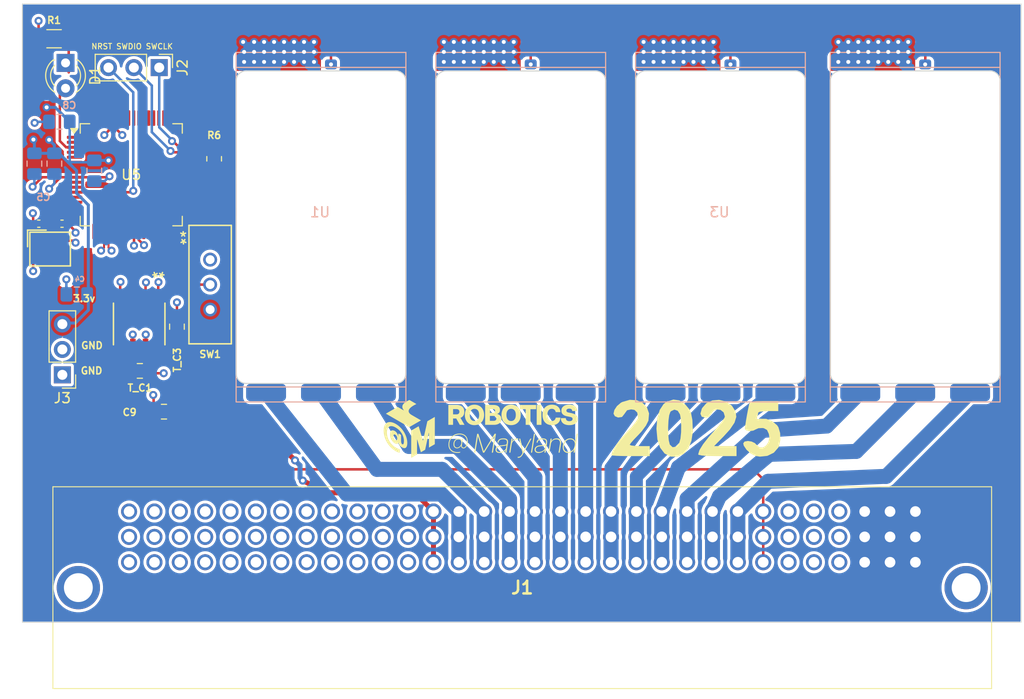
<source format=kicad_pcb>
(kicad_pcb (version 20241229) (generator "pcbnew") (generator_version "9.0")
  (layers (0 "F.Cu" signal) (4 "In1.Cu" signal) (6 "In2.Cu" signal) (2 "B.Cu" signal) (13 "F.Paste" user) (15 "B.Paste" user) (5 "F.SilkS" user "F.Silkscreen") (7 "B.SilkS" user "B.Silkscreen") (1 "F.Mask" user) (3 "B.Mask" user) (25 "Edge.Cuts" user))
  (net 0 "")
  (net 1 "GND")
  (net 2 "+12V")
  (net 3 "/A1")
  (net 4 "/B1")
  (net 5 "/C1")
  (net 6 "/A2")
  (net 7 "/B2")
  (net 8 "/C2")
  (net 9 "/A3")
  (net 10 "/B3")
  (net 11 "/C3")
  (net 12 "/A4")
  (net 13 "/B4")
  (net 14 "/C4")
  (net 15 "CAN+")
  (net 16 "3.3v")
  (net 21 "CAN-")
  (net 34 "5V")
  (net 35 "/SWCLK")
  (net 36 "/NRST")
  (net 37 "/SWDIO")
  (net 39 "TIM1 CH (PWM)")
  (net 40 "TIM1 CH2 (PWM)")
  (net 41 "TIM1 CH3 (PWM)")
  (net 42 "TIM1 CH4 (PWM)")
  (net 47 "USART2+")
  (net 53 "/SDA_IN")
  (net 54 "/SCL_IN")
  (net 58 "USART2-")
  (net 61 "RCC_OSC_OUT")
  (net 67 "RCC_OSC_IN")
  (net 81 "FDCAN_TX")
  (net 87 "FDCAN_RX")
  (net 90 "Net-(R6-Pad2)")
  (net 98 "LED")
  (net 99 "Net-(D1-K)")
  (footprint "Capacitor_SMD:C_0402_1005Metric_Pad0.74x0.62mm_HandSolder" (layer "F.Cu") (at 154.0675 71 180)
    (property "Reference" "C1" (hide yes))
    (property "Value" "20pf")
  )
  (footprint "custom_components:SOIC8_4P9X3P9MC_MCH" (layer "F.Cu") (at 161.795 81.04 -90)
    (property "Reference" "U6" (hide yes))
    (property "Value" "ATA6561-GAQW-N")
  )
  (footprint "Capacitor_SMD:C_0805_2012Metric_Pad1.18x1.45mm_HandSolder" (layer "F.Cu") (at 164.275 89.825 180)
    (property "Reference" "C9")
    (property "Value" "22uF")
  )
  (footprint "custom_components:slide_switch_EGER1218_Thruster" (layer "F.Cu") (at 168.9 79.6 180)
    (property "Reference" "SW1")
    (property "Value" "EG1218")
  )
  (footprint "Capacitor_SMD:C_0805_2012Metric_Pad1.18x1.45mm_HandSolder" (layer "F.Cu") (at 161.86 85.74)
    (property "Reference" "T_C1")
    (property "Value" "100nF")
  )
  (footprint "custom_components:6509475" (layer "F.Cu") (at 239.522 104.902)
    (property "Reference" "J1")
    (property "Value" "~" (hide yes))
  )
  (footprint "Capacitor_SMD:C_0805_2012Metric_Pad1.18x1.45mm_HandSolder" (layer "F.Cu") (at 165.575 81.3125 90)
    (property "Reference" "T_C3")
    (property "Value" "100nF")
  )
  (footprint "Connector_PinHeader_2.54mm:PinHeader_1x03_P2.54mm_Vertical" (layer "F.Cu") (at 154.1 86.135 180)
    (property "Reference" "J3")
    (property "Value" "Conn_01x03_Pin")
  )
  (footprint "Resistor_SMD:R_1206_3216Metric_Pad1.30x1.75mm_HandSolder" (layer "F.Cu") (at 153.27 52.48 180)
    (property "Reference" "R1")
    (property "Value" "1k")
  )
  (footprint "Resistor_SMD:R_0805_2012Metric_Pad1.20x1.40mm_HandSolder" (layer "F.Cu") (at 169.3 64.5 -90)
    (property "Reference" "R6")
    (property "Value" "10k")
  )
  (footprint "LOGO" (layer "F.Cu") (at 195.8 91.6)
    (property "Reference" "G***" (hide yes))
    (property "Value" "LOGO" (hide yes))
  )
  (footprint "Connector_PinHeader_2.54mm:PinHeader_1x03_P2.54mm_Vertical" (layer "F.Cu") (at 163.8 55.37 -90)
    (property "Reference" "J2")
    (property "Value" "Conn_01x03_Pin")
  )
  (footprint "LED_THT:LED_D3.0mm" (layer "F.Cu") (at 154.42 54.9 -90)
    (property "Reference" "D1")
    (property "Value" "Green")
  )
  (footprint "custom_components:YSX321SC_HSE_Oscillator" (layer "F.Cu") (at 152.875 73.55)
    (property "Reference" "U7" (hide yes))
    (property "Value" "~")
  )
  (footprint "LOGO" (layer "F.Cu") (at 217.6 91.6)
    (property "Reference" "G***" (hide yes))
    (property "Value" "LOGO" (hide yes))
  )
  (footprint "Package_QFP:LQFP-64_10x10mm_P0.5mm" (layer "F.Cu") (at 161 66.1)
    (property "Reference" "U5")
    (property "Value" "STM32G0B1RETx")
  )
  (footprint "Capacitor_SMD:C_0402_1005Metric_Pad0.74x0.62mm_HandSolder" (layer "F.Cu") (at 151.7425 71 180)
    (property "Reference" "C2" (hide yes))
    (property "Value" "20pf")
  )
  (footprint "Thruster_Control_Card_Custom_Footprints:ESC" (layer "B.Cu") (at 200 71.35 180)
    (property "Reference" "U2" (hide yes))
    (property "Value" "~")
  )
  (footprint "Capacitor_SMD:C_0805_2012Metric_Pad1.18x1.45mm_HandSolder" (layer "B.Cu") (at 155.5425 78.08 180)
    (property "Reference" "C4")
    (property "Value" "4.7uF")
  )
  (footprint "Capacitor_SMD:C_0805_2012Metric_Pad1.18x1.45mm_HandSolder" (layer "B.Cu") (at 151.3 64.9875 90)
    (property "Reference" "C5")
    (property "Value" "100nF")
  )
  (footprint "custom_components:ESC" (layer "B.Cu") (at 180 71.35 180)
    (property "Reference" "U1")
    (property "Value" "~")
  )
  (footprint "Thruster_Control_Card_Custom_Footprints:ESC" (layer "B.Cu") (at 239.5 71.35 180)
    (property "Reference" "U4" (hide yes))
    (property "Value" "~")
  )
  (footprint "Capacitor_SMD:C_0805_2012Metric_Pad1.18x1.45mm_HandSolder" (layer "B.Cu") (at 153.8 60.8)
    (property "Reference" "C8")
    (property "Value" "1uF")
  )
  (footprint "Capacitor_SMD:C_0805_2012Metric_Pad1.18x1.45mm_HandSolder" (layer "B.Cu") (at 157.3 65.7 -90)
    (property "Reference" "C7" (hide yes))
    (property "Value" "100nF")
  )
  (footprint "custom_components:ESC" (layer "B.Cu") (at 220 71.35 180)
    (property "Reference" "U3")
    (property "Value" "~")
  )
  (footprint "Capacitor_SMD:C_0805_2012Metric_Pad1.18x1.45mm_HandSolder" (layer "B.Cu") (at 153.3 64.9875 -90)
    (property "Reference" "C6" (hide yes))
    (property "Value" "100nF")
  )
  (gr_arc (start 187.496446 55.7) (mid 188.208546 55.994991) (end 188.503553 56.707107) (stroke (width 0.1)) (layer "Edge.Cuts"))
  (gr_line (start 208.507107 56.714214) (end 208.5 86) (stroke (width 0.1)) (layer "Edge.Cuts"))
  (gr_arc (start 208.5 86) (mid 208.207107 86.707107) (end 207.5 87) (stroke (width 0.1)) (layer "Edge.Cuts"))
  (gr_line (start 230.999975 56.707107) (end 231.007107 85.992893) (stroke (width 0.1)) (layer "Edge.Cuts"))
  (gr_arc (start 247 55.7) (mid 247.71213 55.994975) (end 248.007107 56.707107) (stroke (width 0.1)) (layer "Edge.Cuts"))
  (gr_line (start 211.499975 56.707107) (end 211.507107 85.992893) (stroke (width 0.1)) (layer "Edge.Cuts"))
  (gr_arc (start 248 85.992893) (mid 247.707109 86.700004) (end 247 86.992893) (stroke (width 0.1)) (layer "Edge.Cuts"))
  (gr_arc (start 207.5 55.707107) (mid 208.212127 56.002083) (end 208.507107 56.714214) (stroke (width 0.1)) (layer "Edge.Cuts"))
  (gr_arc (start 192.507107 87) (mid 191.799996 86.707109) (end 191.507107 86) (stroke (width 0.1)) (layer "Edge.Cuts"))
  (gr_rect (start 150.1 49) (end 250.1 110.9) (stroke (width 0.1)) (fill no) (layer "Edge.Cuts"))
  (gr_arc (start 230.999975 56.707107) (mid 231.292447 55.997472) (end 232 55.7) (stroke (width 0.1)) (layer "Edge.Cuts"))
  (gr_line (start 232 55.7) (end 247 55.7) (stroke (width 0.1)) (layer "Edge.Cuts"))
  (gr_line (start 171.496421 56.707107) (end 171.503553 85.992893) (stroke (width 0.1)) (layer "Edge.Cuts"))
  (gr_line (start 192.5 55.707107) (end 207.5 55.707107) (stroke (width 0.1)) (layer "Edge.Cuts"))
  (gr_arc (start 191.499975 56.714214) (mid 191.792444 56.004575) (end 192.5 55.707107) (stroke (width 0.1)) (layer "Edge.Cuts"))
  (gr_arc (start 172.503553 86.992893) (mid 171.796444 86.699989) (end 171.503553 85.992893) (stroke (width 0.1)) (layer "Edge.Cuts"))
  (gr_line (start 212.5 55.7) (end 227.5 55.7) (stroke (width 0.1)) (layer "Edge.Cuts"))
  (gr_line (start 192.507107 87) (end 207.5 87) (stroke (width 0.1)) (layer "Edge.Cuts"))
  (gr_line (start 188.503553 56.707107) (end 188.496446 85.992893) (stroke (width 0.1)) (layer "Edge.Cuts"))
  (gr_arc (start 227.5 55.7) (mid 228.21213 55.994975) (end 228.507107 56.707107) (stroke (width 0.1)) (layer "Edge.Cuts"))
  (gr_arc (start 171.496421 56.707107) (mid 171.788896 55.997488) (end 172.496446 55.7) (stroke (width 0.1)) (layer "Edge.Cuts"))
  (gr_line (start 212.507107 86.992893) (end 227.5 86.992893) (stroke (width 0.1)) (layer "Edge.Cuts"))
  (gr_line (start 172.496446 55.7) (end 187.496446 55.7) (stroke (width 0.1)) (layer "Edge.Cuts"))
  (gr_line (start 232.007107 86.992893) (end 247 86.992893) (stroke (width 0.1)) (layer "Edge.Cuts"))
  (gr_arc (start 211.499975 56.707107) (mid 211.792447 55.997472) (end 212.5 55.7) (stroke (width 0.1)) (layer "Edge.Cuts"))
  (gr_line (start 228.507107 56.707107) (end 228.5 85.992893) (stroke (width 0.1)) (layer "Edge.Cuts"))
  (gr_line (start 172.503553 86.992893) (end 187.496446 86.992893) (stroke (width 0.1)) (layer "Edge.Cuts"))
  (gr_arc (start 212.507107 86.992893) (mid 211.799998 86.700002) (end 211.507107 85.992893) (stroke (width 0.1)) (layer "Edge.Cuts"))
  (gr_arc (start 228.5 85.992893) (mid 228.207109 86.700004) (end 227.5 86.992893) (stroke (width 0.1)) (layer "Edge.Cuts"))
  (gr_arc (start 232.007107 86.992893) (mid 231.299998 86.700002) (end 231.007107 85.992893) (stroke (width 0.1)) (layer "Edge.Cuts"))
  (gr_arc (start 188.496446 85.992893) (mid 188.203558 86.700021) (end 187.496446 86.992893) (stroke (width 0.1)) (layer "Edge.Cuts"))
  (gr_line (start 248.007107 56.707107) (end 248 85.992893) (stroke (width 0.1)) (layer "Edge.Cuts"))
  (gr_line (start 191.499975 56.714214) (end 191.507107 86) (stroke (width 0.1)) (layer "Edge.Cuts"))
  (gr_text "GND" (at 155.9 83.61 0) (layer "F.SilkS") (effects (font (size 0.7 0.7)) (justify left bottom)))
  (gr_text "NRST SWDIO SWCLK\n" (at 156.95 53.57 0) (layer "F.SilkS") (effects (font (size 0.55 0.55) (thickness 0.1)) (justify left bottom)))
  (gr_text "GND" (at 155.86 86.135 0) (layer "F.SilkS") (effects (font (size 0.7 0.7)) (justify left bottom)))
  (gr_text "3.3v" (at 155.075 78.905 0) (layer "F.SilkS") (effects (font (size 0.7 0.7)) (justify left bottom)))
  (segment (start 151.72 51.795) (end 151.75 51.825) (width 0.25) (layer "F.Cu") (net 1))
  (segment (start 169.3 74.2) (end 168.9 74.6) (width 0.25) (layer "F.Cu") (net 1))
  (segment (start 165.575 80.275) (end 165.575 78.875) (width 0.25) (layer "F.Cu") (net 1))
  (segment (start 151.125 67.3) (end 152.075 66.35) (width 0.25) (layer "F.Cu") (net 1))
  (segment (start 151.75 51.825) (end 151.75 52.45) (width 0.25) (layer "F.Cu") (net 1))
  (segment (start 152.075 66.35) (end 153.925 66.35) (width 0.25) (layer "F.Cu") (net 1))
  (segment (start 158.725 66.35) (end 158.825 66.25) (width 0.25) (layer "F.Cu") (net 1))
  (segment (start 164.25 85.975) (end 163.1325 85.975) (width 0.25) (layer "F.Cu") (net 1))
  (segment (start 162.43 76.92) (end 162.475 76.875) (width 0.25) (layer "F.Cu") (net 1))
  (segment (start 163.7 84.9) (end 162.8975 85.7025) (width 0.25) (layer "F.Cu") (net 1))
  (segment (start 151.75 52.45) (end 151.72 52.48) (width 0.25) (layer "F.Cu") (net 1))
  (segment (start 162.43 78.5762) (end 162.43 76.92) (width 0.25) (layer "F.Cu") (net 1))
  (segment (start 153.925 66.35) (end 152.775 67.5) (width 0.25) (layer "F.Cu") (net 1))
  (segment (start 151.175 75) (end 151.775 74.4) (width 0.25) (layer "F.Cu") (net 1))
  (segment (start 154.65 71) (end 155.425 71.775) (width 0.25) (layer "F.Cu") (net 1))
  (segment (start 151.175 71) (end 151.175 69.975) (width 0.25) (layer "F.Cu") (net 1))
  (segment (start 155.325 66.35) (end 158.725 66.35) (width 0.25) (layer "F.Cu") (net 1))
  (segment (start 163.2375 88.1875) (end 163.2 88.15) (width 0.25) (layer "F.Cu") (net 1))
  (segment (start 151.175 69.975) (end 151.15 69.95) (width 0.25) (layer "F.Cu") (net 1))
  (segment (start 163.1325 85.975) (end 162.8975 85.74) (width 0.25) (layer "F.Cu") (net 1))
  (segment (start 151.175 75.75) (end 151.175 75) (width 0.25) (layer "F.Cu") (net 1))
  (segment (start 163.2375 89.825) (end 163.2375 88.1875) (width 0.25) (layer "F.Cu") (net 1))
  (segment (start 162.8975 85.7025) (end 162.8975 85.74) (width 0.25) (layer "F.Cu") (net 1))
  (segment (start 151.72 50.69) (end 151.72 51.795) (width 0.25) (layer "F.Cu") (net 1))
  (segment (start 155.325 66.35) (end 153.925 66.35) (width 0.25) (layer "F.Cu") (net 1))
  (segment (start 154.635 71) (end 154.65 71) (width 0.25) (layer "F.Cu") (net 1))
  (segment (start 163.7 84.9) (end 163.7 83.5038) (width 0.25) (layer "F.Cu") (net 1))
  (segment (start 153.975 72.7) (end 155.375 72.7) (width 0.25) (layer "F.Cu") (net 1))
  (via (at 198.3 54.8) (size 0.8) (drill 0.4) (layers "F.Cu" "B.Cu") (net 1))
  (via (at 197.3 54.8) (size 0.8) (drill 0.4) (layers "F.Cu" "B.Cu") (net 1))
  (via (at 198.3 52.8) (size 0.8) (drill 0.4) (layers "F.Cu" "B.Cu") (net 1))
  (via (at 199.3 54.8) (size 0.8) (drill 0.4) (layers "F.Cu" "B.Cu") (net 1))
  (via (at 234.8 52.8) (size 0.8) (drill 0.4) (layers "F.Cu" "B.Cu") (net 1))
  (via (at 175.3 54.8) (size 0.8) (drill 0.4) (layers "F.Cu" "B.Cu") (net 1))
  (via (at 237.8 52.8) (size 0.8) (drill 0.4) (layers "F.Cu" "B.Cu") (net 1))
  (via (at 233.8 54.8) (size 0.8) (drill 0.4) (layers "F.Cu" "B.Cu") (net 1))
  (via (at 216.3 53.8) (size 0.8) (drill 0.4) (layers "F.Cu" "B.Cu") (net 1))
  (via (at 236.8 52.8) (size 0.8) (drill 0.4) (layers "F.Cu" "B.Cu") (net 1))
  (via (at 179.3 53.8) (size 0.8) (drill 0.4) (layers "F.Cu" "B.Cu") (net 1))
  (via (at 235.8 53.8) (size 0.8) (drill 0.4) (layers "F.Cu" "B.Cu") (net 1))
  (via (at 162.475 76.875) (size 0.8) (drill 0.4) (layers "F.Cu" "B.Cu") (net 1))
  (via (at 177.3 54.8) (size 0.8) (drill 0.4) (layers "F.Cu" "B.Cu") (net 1))
  (via (at 164.25 85.975) (size 0.8) (drill 0.4) (layers "F.Cu" "B.Cu") (net 1))
  (via (at 218.3 52.8) (size 0.8) (drill 0.4) (layers "F.Cu" "B.Cu") (net 1))
  (via (at 212.3 54.8) (size 0.8) (drill 0.4) (layers "F.Cu" "B.Cu") (net 1))
  (via (at 179.3 54.8) (size 0.8) (drill 0.4) (layers "F.Cu" "B.Cu") (net 1))
  (via (at 238.8 54.8) (size 0.8) (drill 0.4) (layers "F.Cu" "B.Cu") (net 1))
  (via (at 151.15 69.95) (size 0.8) (drill 0.4) (layers "F.Cu" "B.Cu") (net 1))
  (via (at 158.825 66.25) (size 0.8) (drill 0.4) (layers "F.Cu" "B.Cu") (net 1))
  (via (at 219.3 53.8) (size 0.8) (drill 0.4) (layers "F.Cu" "B.Cu") (net 1))
  (via (at 237.8 53.8) (size 0.8) (drill 0.4) (layers "F.Cu" "B.Cu") (net 1))
  (via (at 178.3 53.8) (size 0.8) (drill 0.4) (layers "F.Cu" "B.Cu") (net 1))
  (via (at 196.3 52.8) (size 0.8) (drill 0.4) (layers "F.Cu" "B.Cu") (net 1))
  (via (at 172.3 53.8) (size 0.8) (drill 0.4) (layers "F.Cu" "B.Cu") (net 1))
  (via (at 165.575 78.875) (size 0.8) (drill 0.4) (layers "F.Cu" "B.Cu") (net 1))
  (via (at 192.3 53.8) (size 0.8) (drill 0.4) (layers "F.Cu" "B.Cu") (net 1))
  (via (at 234.8 54.8) (size 0.8) (drill 0.4) (layers "F.Cu" "B.Cu") (net 1))
  (via (at 193.3 52.8) (size 0.8) (drill 0.4) (layers "F.Cu" "B.Cu") (net 1))
  (via (at 194.3 53.8) (size 0.8) (drill 0.4) (layers "F.Cu" "B.Cu") (net 1))
  (via (at 232.8 53.8) (size 0.8) (drill 0.4) (layers "F.Cu" "B.Cu") (net 1))
  (via (at 192.3 52.8) (size 0.8) (drill 0.4) (layers "F.Cu" "B.Cu") (net 1))
  (via (at 214.3 54.8) (size 0.8) (drill 0.4) (layers "F.Cu" "B.Cu") (net 1))
  (via (at 178.3 54.8) (size 0.8) (drill 0.4) (layers "F.Cu" "B.Cu") (net 1))
  (via (at 195.3 53.8) (size 0.8) (drill 0.4) (layers "F.Cu" "B.Cu") (net 1))
  (via (at 177.3 52.8) (size 0.8) (drill 0.4) (layers "F.Cu" "B.Cu") (net 1))
  (via (at 217.3 53.8) (size 0.8) (drill 0.4) (layers "F.Cu" "B.Cu") (net 1))
  (via (at 213.3 54.8) (size 0.8) (drill 0.4) (layers "F.Cu" "B.Cu") (net 1))
  (via (at 231.8 53.8) (size 0.8) (drill 0.4) (layers "F.Cu" "B.Cu") (net 1))
  (via (at 151.325 60.9) (size 0.8) (drill 0.4) (layers "F.Cu" "B.Cu") (net 1))
  (via (at 151.72 50.69) (size 0.8) (drill 0.4) (layers "F.Cu" "B.Cu") (net 1))
  (via (at 176.3 53.8) (size 0.8) (drill 0.4) (layers "F.Cu" "B.Cu") (net 1))
  (via (at 234.8 53.8) (size 0.8) (drill 0.4) (layers "F.Cu" "B.Cu") (net 1))
  (via (at 198.3 53.8) (size 0.8) (drill 0.4) (layers "F.Cu" "B.Cu") (net 1))
  (via (at 194.3 54.8) (size 0.8) (drill 0.4) (layers "F.Cu" "B.Cu") (net 1))
  (via (at 212.3 53.8) (size 0.8) (drill 0.4) (layers "F.Cu" "B.Cu") (net 1))
  (via (at 217.3 52.8) (size 0.8) (drill 0.4) (layers "F.Cu" "B.Cu") (net 1))
  (via (at 232.8 54.8) (size 0.8) (drill 0.4) (layers "F.Cu" "B.Cu") (net 1))
  (via (at 214.3 53.8) (size 0.8) (drill 0.4) (layers "F.Cu" "B.Cu") (net 1))
  (via (at 196.3 53.8) (size 0.8) (drill 0.4) (layers "F.Cu" "B.Cu") (net 1))
  (via (at 216.3 54.8) (size 0.8) (drill 0.4) (layers "F.Cu" "B.Cu") (net 1))
  (via (at 173.3 52.8) (size 0.8) (drill 0.4) (layers "F.Cu" "B.Cu") (net 1))
  (via (at 214.3 52.8) (size 0.8) (drill 0.4) (layers "F.Cu" "B.Cu") (net 1))
  (via (at 172.3 54.8) (size 0.8) (drill 0.4) (layers "F.Cu" "B.Cu") (net 1))
  (via (at 237.8 54.8) (size 0.8) (drill 0.4) (layers "F.Cu" "B.Cu") (net 1))
  (via (at 213.3 53.8) (size 0.8) (drill 0.4) (layers "F.Cu" "B.Cu") (net 1))
  (via (at 195.3 54.8) (size 0.8) (drill 0.4) (layers "F.Cu" "B.Cu") (net 1))
  (via (at 195.3 52.8) (size 0.8) (drill 0.4) (layers "F.Cu" "B.Cu") (net 1))
  (via (at 236.8 53.8) (size 0.8) (drill 0.4) (layers "F.Cu" "B.Cu") (net 1))
  (via (at 235.8 52.8) (size 0.8) (drill 0.4) (layers "F.Cu" "B.Cu") (net 1))
  (via (at 233.8 52.8) (size 0.8) (drill 0.4) (layers "F.Cu" "B.Cu") (net 1))
  (via (at 152.775 67.5) (size 0.8) (drill 0.4) (layers "F.Cu" "B.Cu") (net 1))
  (via (at 216.3 52.8) (size 0.8) (drill 0.4) (layers "F.Cu" "B.Cu") (net 1))
  (via (at 215.3 52.8) (size 0.8) (drill 0.4) (layers "F.Cu" "B.Cu") (net 1))
  (via (at 196.3 54.8) (size 0.8) (drill 0.4) (layers "F.Cu" "B.Cu") (net 1))
  (via (at 232.8 52.8) (size 0.8) (drill 0.4) (layers "F.Cu" "B.Cu") (net 1))
  (via (at 174.3 54.8) (size 0.8) (drill 0.4) (layers "F.Cu" "B.Cu") (net 1))
  (via (at 197.3 53.8) (size 0.8) (drill 0.4) (layers "F.Cu" "B.Cu") (net 1))
  (via (at 151.175 75.75) (size 0.8) (drill 0.4) (layers "F.Cu" "B.Cu") (net 1))
  (via (at 173.3 54.8) (size 0.8) (drill 0.4) (layers "F.Cu" "B.Cu") (net 1))
  (via (at 174.3 52.8) (size 0.8) (drill 0.4) (layers "F.Cu" "B.Cu") (net 1))
  (via (at 174.3 53.8) (size 0.8) (drill 0.4) (layers "F.Cu" "B.Cu") (net 1))
  (via (at 155.425 71.9) (size 0.8) (drill 0.4) (layers "F.Cu" "B.Cu") (net 1))
  (via (at 178.3 52.8) (size 0.8) (drill 0.4) (layers "F.Cu" "B.Cu") (net 1))
  (via (at 197.3 52.8) (size 0.8) (drill 0.4) (layers "F.Cu" "B.Cu") (net 1))
  (via (at 218.3 53.8) (size 0.8) (drill 0.4) (layers "F.Cu" "B.Cu") (net 1))
  (via (at 176.3 54.8) (size 0.8) (drill 0.4) (layers "F.Cu" "B.Cu") (net 1))
  (via (at 212.3 52.8) (size 0.8) (drill 0.4) (layers "F.Cu" "B.Cu") (net 1))
  (via (at 238.8 53.8) (size 0.8) (drill 0.4) (layers "F.Cu" "B.Cu") (net 1))
  (via (at 215.3 54.8) (size 0.8) (drill 0.4) (layers "F.Cu" "B.Cu") (net 1))
  (via (at 177.3 53.8) (size 0.8) (drill 0.4) (layers "F.Cu" "B.Cu") (net 1))
  (via (at 175.3 53.8) (size 0.8) (drill 0.4) (layers "F.Cu" "B.Cu") (net 1))
  (via (at 151.125 67.3) (size 0.8) (drill 0.4) (layers "F.Cu" "B.Cu") (net 1))
  (via (at 192.3 54.8) (size 0.8) (drill 0.4) (layers "F.Cu" "B.Cu") (net 1))
  (via (at 176.3 52.8) (size 0.8) (drill 0.4) (layers "F.Cu" "B.Cu") (net 1))
  (via (at 215.3 53.8) (size 0.8) (drill 0.4) (layers "F.Cu" "B.Cu") (net 1))
  (via (at 217.3 54.8) (size 0.8) (drill 0.4) (layers "F.Cu" "B.Cu") (net 1))
  (via (at 231.8 54.8) (size 0.8) (drill 0.4) (layers "F.Cu" "B.Cu") (net 1))
  (via (at 235.8 54.8) (size 0.8) (drill 0.4) (layers "F.Cu" "B.Cu") (net 1))
  (via (at 193.3 53.8) (size 0.8) (drill 0.4) (layers "F.Cu" "B.Cu") (net 1))
  (via (at 219.3 54.8) (size 0.8) (drill 0.4) (layers "F.Cu" "B.Cu") (net 1))
  (via (at 199.3 52.8) (size 0.8) (drill 0.4) (layers "F.Cu" "B.Cu") (net 1))
  (via (at 231.8 52.8) (size 0.8) (drill 0.4) (layers "F.Cu" "B.Cu") (net 1))
  (via (at 218.3 54.8) (size 0.8) (drill 0.4) (layers "F.Cu" "B.Cu") (net 1))
  (via (at 238.8 52.8) (size 0.8) (drill 0.4) (layers "F.Cu" "B.Cu") (net 1))
  (via (at 163.2 88.15) (size 0.8) (drill 0.4) (layers "F.Cu" "B.Cu") (net 1))
  (via (at 194.3 52.8) (size 0.8) (drill 0.4) (layers "F.Cu" "B.Cu") (net 1))
  (via (at 199.3 53.8) (size 0.8) (drill 0.4) (layers "F.Cu" "B.Cu") (net 1))
  (via (at 175.3 52.8) (size 0.8) (drill 0.4) (layers "F.Cu" "B.Cu") (net 1))
  (via (at 179.3 52.8) (size 0.8) (drill 0.4) (layers "F.Cu" "B.Cu") (net 1))
  (via (at 219.3 52.8) (size 0.8) (drill 0.4) (layers "F.Cu" "B.Cu") (net 1))
  (via (at 173.3 53.8) (size 0.8) (drill 0.4) (layers "F.Cu" "B.Cu") (net 1))
  (via (at 236.8 54.8) (size 0.8) (drill 0.4) (layers "F.Cu" "B.Cu") (net 1))
  (via (at 233.8 53.8) (size 0.8) (drill 0.4) (layers "F.Cu" "B.Cu") (net 1))
  (via (at 154.5 76.57) (size 0.8) (drill 0.4) (layers "F.Cu" "B.Cu") (net 1))
  (via (at 193.3 54.8) (size 0.8) (drill 0.4) (layers "F.Cu" "B.Cu") (net 1))
  (via (at 155.425 72.9) (size 0.8) (drill 0.4) (layers "F.Cu" "B.Cu") (net 1))
  (via (at 172.2 52.8) (size 0.8) (drill 0.4) (layers "F.Cu" "B.Cu") (net 1))
  (via (at 213.3 52.8) (size 0.8) (drill 0.4) (layers "F.Cu" "B.Cu") (net 1))
  (segment (start 154.5 77.325) (end 154.505 77.33) (width 0.25) (layer "B.Cu") (net 1))
  (segment (start 152.7625 60.8) (end 151.425 60.8) (width 0.25) (layer "B.Cu") (net 1))
  (segment (start 158.3375 66.7375) (end 157.3 66.7375) (width 0.25) (layer "B.Cu") (net 1))
  (segment (start 153.3 66.975) (end 152.775 67.5) (width 0.25) (layer "B.Cu") (net 1))
  (segment (start 154.5 76.57) (end 154.5 77.325) (width 0.25) (layer "B.Cu") (net 1))
  (segment (start 154.505 77.33) (end 154.505 78.08) (width 0.25) (layer "B.Cu") (net 1))
  (segment (start 151.425 60.8) (end 151.325 60.9) (width 0.25) (layer "B.Cu") (net 1))
  (segment (start 151.3 67.125) (end 151.125 67.3) (width 0.25) (layer "B.Cu") (net 1))
  (segment (start 158.3375 66.7375) (end 158.825 66.25) (width 0.25) (layer "B.Cu") (net 1))
  (segment (start 153.3 66.025) (end 153.3 66.975) (width 0.25) (layer "B.Cu") (net 1))
  (segment (start 151.3 66.025) (end 151.3 67.125) (width 0.25) (layer "B.Cu") (net 1))
  (segment (start 155.8 79.175) (end 155.8 79.125) (width 0.25) (layer "B.Cu") (net 2))
  (segment (start 198.882 99.822) (end 198.882 98.582) (width 1.5) (layer "B.Cu") (net 3))
  (segment (start 198.882 98.582) (end 193.6 93.3) (width 1.5) (layer "B.Cu") (net 3))
  (segment (start 193.6 93.3) (end 188.8 93.3) (width 1.5) (layer "B.Cu") (net 3))
  (segment (start 198.882 99.822) (end 198.882 102.362) (width 1.5) (layer "B.Cu") (net 3))
  (segment (start 198.882 102.362) (end 198.882 104.902) (width 1.5) (layer "B.Cu") (net 3))
  (segment (start 188.8 93.3) (end 185.5 87.9) (width 1.5) (layer "B.Cu") (net 3))
  (segment (start 185.6 95.6) (end 180 87.9) (width 1.5) (layer "B.Cu") (net 4))
  (segment (start 196.342 99.822) (end 196.342 102.362) (width 1.5) (layer "B.Cu") (net 4))
  (segment (start 192.12 95.6) (end 185.6 95.6) (width 1.5) (layer "B.Cu") (net 4))
  (segment (start 196.342 102.362) (end 196.342 104.902) (width 1.5) (layer "B.Cu") (net 4))
  (segment (start 196.342 99.822) (end 192.12 95.6) (width 1.5) (layer "B.Cu") (net 4))
  (segment (start 193.802 99.822) (end 192.0485 98.0685) (width 1.5) (layer "B.Cu") (net 5))
  (segment (start 193.802 102.362) (end 193.802 104.902) (width 1.5) (layer "B.Cu") (net 5))
  (segment (start 192.0485 98.0685) (end 182.5685 98.0685) (width 1.5) (layer "B.Cu") (net 5))
  (segment (start 182.5685 98.0685) (end 174.5 87.9) (width 1.5) (layer "B.Cu") (net 5))
  (segment (start 193.802 99.822) (end 193.802 102.362) (width 1.5) (layer "B.Cu") (net 5))
  (segment (start 206.502 102.362) (end 206.502 104.902) (width 1.5) (layer "B.Cu") (net 6))
  (segment (start 206.502 99.822) (end 206.502 102.362) (width 1.5) (layer "B.Cu") (net 6))
  (segment (start 206.502 88.902) (end 205.5 87.9) (width 1.5) (layer "B.Cu") (net 6))
  (segment (start 206.502 99.822) (end 206.502 88.902) (width 1.5) (layer "B.Cu") (net 6))
  (segment (start 203.962 102.362) (end 203.962 104.902) (width 1.5) (layer "B.Cu") (net 7))
  (segment (start 203.962 99.822) (end 203.962 93.962) (width 1.5) (layer "B.Cu") (net 7))
  (segment (start 203.962 99.822) (end 203.962 102.362) (width 1.5) (layer "B.Cu") (net 7))
  (segment (start 203.962 93.962) (end 200 87.9) (width 1.5) (layer "B.Cu") (net 7))
  (segment (start 201.422 96.422) (end 194.5 87.9) (width 1.5) (layer "B.Cu") (net 8))
  (segment (start 201.422 99.822) (end 201.422 96.422) (width 1.5) (layer "B.Cu") (net 8))
  (segment (start 195.5 87.9) (end 195.5 88) (width 1.3) (layer "B.Cu") (net 8))
  (segment (start 201.422 99.822) (end 201.422 102.362) (width 1.5) (layer "B.Cu") (net 8))
  (segment (start 201.422 102.362) (end 201.422 104.902) (width 1.5) (layer "B.Cu") (net 8))
  (segment (start 214.122 99.822) (end 214.122 102.362) (width 1.5) (layer "B.Cu") (net 9))
  (segment (start 214.122 99.822) (end 215.8 95.4) (width 1.5) (layer "B.Cu") (net 9))
  (segment (start 215.8 95.4) (end 225.5 87.9) (width 1.5) (layer "B.Cu") (net 9))
  (segment (start 214.122 102.362) (end 214.122 104.902) (width 1.5) (layer "B.Cu") (net 9))
  (segment (start 211.6 99.804) (end 211.582 99.822) (width 1.3) (layer "B.Cu") (net 10))
  (segment (start 211.582 99.822) (end 211.582 102.362) (width 1.5) (layer "B.Cu") (net 10))
  (segment (start 211.582 99.822) (end 211.582 96.318) (width 1.3) (layer "B.Cu") (net 10))
  (segment (start 211.582 104.902) (end 211.582 102.362) (width 1.5) (layer "B.Cu") (net 10))
  (segment (start 211.582 96.318) (end 220 87.9) (width 1.3) (layer "B.Cu") (net 10))
  (segment (start 209.042 95.458) (end 214.5 87.9) (width 1.3) (layer "B.Cu") (net 11))
  (segment (start 209.042 102.362) (end 209.042 104.902) (width 1.5) (layer "B.Cu") (net 11))
  (segment (start 209 99.78) (end 209.042 99.822) (width 1.3) (layer "B.Cu") (net 11))
  (segment (start 209.042 99.822) (end 209.042 102.362) (width 1.5) (layer "B.Cu") (net 11))
  (segment (start 209.042 99.822) (end 209.042 95.458) (width 1.3) (layer "B.Cu") (net 11))
  (segment (start 236.5 96.3) (end 236.6 96.3) (width 1.5) (layer "B.Cu") (net 12))
  (segment (start 221.742 102.362) (end 221.742 104.902) (width 1.5) (layer "B.Cu") (net 12))
  (segment (start 224.764 96.8) (end 236.5 96.3) (width 1.5) (layer "B.Cu") (net 12))
  (segment (start 221.742 99.822) (end 224.764 96.8) (width 1.5) (layer "B.Cu") (net 12))
  (segment (start 236.6 96.3) (end 245 87.9) (width 1.5) (layer "B.Cu") (net 12))
  (segment (start 221.742 99.822) (end 221.742 102.362) (width 1.5) (layer "B.Cu") (net 12))
  (segment (start 233.6 93.8) (end 239.5 87.9) (width 1.5) (layer "B.Cu") (net 13))
  (segment (start 219.9 98.3) (end 224.9 94.1) (width 1.5) (layer "B.Cu") (net 13))
  (segment (start 219.202 99.822) (end 219.202 99.680924) (width 1.5) (layer "B.Cu") (net 13))
  (segment (start 224.9 94.1) (end 233.6 93.8) (width 1.5) (layer "B.Cu") (net 13))
  (segment (start 219.202 99.822) (end 219.202 102.362) (width 1.5) (layer "B.Cu") (net 13))
  (segment (start 219.202 99.822) (end 219.9 98.3) (width 1.5) (layer "B.Cu") (net 13))
  (segment (start 219.202 102.362) (end 219.202 104.902) (width 1.5) (layer "B.Cu") (net 13))
  (segment (start 216.662 99.822) (end 216.662 102.362) (width 1.5) (layer "B.Cu") (net 14))
  (segment (start 216.662 98.532423) (end 224.2 91.7) (width 1.5) (layer "B.Cu") (net 14))
  (segment (start 216.662 99.822) (end 216.662 98.532423) (width 1.5) (layer "B.Cu") (net 14))
  (segment (start 224.2 91.7) (end 230.637118 91.262882) (width 1.5) (layer "B.Cu") (net 14))
  (segment (start 230.637118 91.262882) (end 234 87.9) (width 1.5) (layer "B.Cu") (net 14))
  (segment (start 216.662 102.362) (end 216.662 104.902) (width 1.5) (layer "B.Cu") (net 14))
  (segment (start 162.45 83.4838) (end 162.43 83.5038) (width 0.2) (layer "F.Cu") (net 15))
  (segment (start 162.45 82.1) (end 162.45 83.4838) (width 0.2) (layer "F.Cu") (net 15))
  (via (at 162.45 82.1) (size 0.8) (drill 0.4) (layers "F.Cu" "B.Cu") (net 15))
  (segment (start 174.9 92.65) (end 168.9 86.65) (width 0.5) (layer "F.Cu") (net 16))
  (segment (start 179.231691 97.25) (end 179.9 97.918309) (width 0.5) (layer "F.Cu") (net 16))
  (segment (start 168.9 86.65) (end 168.9 79.6) (width 0.5) (layer "F.Cu") (net 16))
  (segment (start 178.175 96.725) (end 179.231691 97.25) (width 0.5) (layer "F.Cu") (net 16))
  (segment (start 191.262 104.902) (end 191.262 99.822) (width 0.5) (layer "F.Cu") (net 16))
  (segment (start 191.262 99.822) (end 189.54 98.1) (width 0.5) (layer "F.Cu") (net 16))
  (segment (start 189.54 98.1) (end 179.9 97.918309) (width 0.5) (layer "F.Cu") (net 16))
  (segment (start 175.35 92.65) (end 174.9 92.65) (width 0.5) (layer "F.Cu") (net 16))
  (segment (start 177.4 94.7) (end 175.35 92.65) (width 0.5) (layer "F.Cu") (net 16))
  (via (at 152.525 59.35) (size 0.8) (drill 0.4) (layers "F.Cu" "B.Cu") (net 16))
  (via (at 152.775 62.6) (size 0.8) (drill 0.4) (layers "F.Cu" "B.Cu") (net 16))
  (via (at 177.4 94.7) (size 0.8) (drill 0.4) (layers "F.Cu" "B.Cu") (net 16))
  (via (at 151.2 62.575) (size 0.8) (drill 0.4) (layers "F.Cu" "B.Cu") (net 16))
  (via (at 158.725 64.6625) (size 0.8) (drill 0.4) (layers "F.Cu" "B.Cu") (net 16))
  (via (at 178.175 96.725) (size 0.8) (drill 0.4) (layers "F.Cu" "B.Cu") (net 16))
  (segment (start 153.3 63.125) (end 152.775 62.6) (width 0.3) (layer "B.Cu") (net 16))
  (segment (start 151.3 62.675) (end 151.2 62.575) (width 0.25) (layer "B.Cu") (net 16))
  (segment (start 155.525 65.7) (end 154.6875 64.8625) (width 0.3) (layer "B.Cu") (net 16))
  (segment (start 151.3 63.95) (end 151.3 62.675) (width 0.3) (layer "B.Cu") (net 16))
  (segment (start 153.775 63.95) (end 153.3 63.95) (width 0.3) (layer "B.Cu") (net 16))
  (segment (start 156.7 79.653858) (end 156.7 69.125) (width 0.3) (layer "B.Cu") (net 16))
  (segment (start 157.1125 64.85) (end 154.7 64.85) (width 0.25) (layer "B.Cu") (net 16))
  (segment (start 177.9 96.45) (end 178.175 96.725) (width 0.5) (layer "B.Cu") (net 16))
  (segment (start 177.9 95.2) (end 177.9 96.45) (width 0.5) (layer "B.Cu") (net 16))
  (segment (start 154.8375 60.8) (end 154.8375 64.7125) (width 0.25) (layer "B.Cu") (net 16))
  (segment (start 154.6875 64.8625) (end 153.775 63.95) (width 0.3) (layer "B.Cu") (net 16))
  (segment (start 153.3875 59.35) (end 152.525 59.35) (width 0.3) (layer "B.Cu") (net 16))
  (segment (start 155.525 67.95) (end 155.525 65.7) (width 0.3) (layer "B.Cu") (net 16))
  (segment (start 155.403858 80.95) (end 156.7 79.653858) (width 0.3) (layer "B.Cu") (net 16))
  (segment (start 156.7 69.125) (end 155.525 67.95) (width 0.3) (layer "B.Cu") (net 16))
  (segment (start 154.025 80.95) (end 155.403858 80.95) (width 0.3) (layer "B.Cu") (net 16))
  (segment (start 154.8375 64.7125) (end 154.6875 64.8625) (width 0.25) (layer "B.Cu") (net 16))
  (segment (start 157.3 64.6625) (end 158.725 64.6625) (width 0.3) (layer "B.Cu") (net 16))
  (segment (start 153.3 63.95) (end 153.3 63.125) (width 0.3) (layer "B.Cu") (net 16))
  (segment (start 177.4 94.7) (end 177.9 95.2) (width 0.5) (layer "B.Cu") (net 16))
  (segment (start 153.3 63.95) (end 151.3 63.95) (width 0.3) (layer "B.Cu") (net 16))
  (segment (start 154.7 64.85) (end 154.6875 64.8625) (width 0.25) (layer "B.Cu") (net 16))
  (segment (start 154.8375 60.8) (end 153.3875 59.35) (width 0.3) (layer "B.Cu") (net 16))
  (segment (start 157.3 64.6625) (end 157.1125 64.85) (width 0.25) (layer "B.Cu") (net 16))
  (segment (start 161.15 83.4938) (end 161.16 83.5038) (width 0.2) (layer "F.Cu") (net 21))
  (segment (start 161.15 82.1) (end 161.15 83.4938) (width 0.2) (layer "F.Cu") (net 21))
  (via (at 161.15 82.1) (size 0.8) (drill 0.4) (layers "F.Cu" "B.Cu") (net 21))
  (segment (start 224.282 104.902) (end 224.282 96.6) (width 0.25) (layer "F.Cu") (net 34))
  (segment (start 161.16 78.5762) (end 161.16 79.035) (width 0.25) (layer "F.Cu") (net 34))
  (segment (start 165.3125 82.6125) (end 165.575 82.35) (width 0.5) (layer "F.Cu") (net 34))
  (segment (start 224.282 96.6) (end 223.282 95.6) (width 0.25) (layer "F.Cu") (net 34))
  (segment (start 161.16 79.282199) (end 161.16 78.5762) (width 0.25) (layer "F.Cu") (net 34))
  (segment (start 165.3125 95.1125) (end 165.3125 89.825) (width 0.25) (layer "F.Cu") (net 34))
  (segment (start 223.282 95.6) (end 165.8 95.6) (width 0.25) (layer "F.Cu") (net 34))
  (segment (start 164.475 82.35) (end 165.575 82.35) (width 0.25) (layer "F.Cu") (net 34))
  (segment (start 161.16 79.035) (end 164.475 82.35) (width 0.25) (layer "F.Cu") (net 34))
  (segment (start 165.3125 89.825) (end 165.3125 82.6125) (width 0.25) (layer "F.Cu") (net 34))
  (segment (start 165.8 95.6) (end 165.3125 95.1125) (width 0.25) (layer "F.Cu") (net 34))
  (segment (start 165.079465 62.731231) (end 165.181231 62.731231) (width 0.25) (layer "F.Cu") (net 35))
  (segment (start 169.15 63.35) (end 169.3 63.5) (width 0.25) (layer "F.Cu") (net 35))
  (segment (start 165.8 63.35) (end 166.675 63.35) (width 0.25) (layer "F.Cu") (net 35))
  (segment (start 166.675 63.35) (end 169.15 63.35) (width 0.25) (layer "F.Cu") (net 35))
  (segment (start 165.181231 62.731231) (end 165.8 63.35) (width 0.25) (layer "F.Cu") (net 35))
  (via (at 165.079465 62.731231) (size 0.8) (drill 0.4) (layers "F.Cu" "B.Cu") (net 35))
  (segment (start 163.8 61.35) (end 163.8 55.37) (width 0.25) (layer "B.Cu") (net 35))
  (segment (start 165.079465 62.731231) (end 165.079465 62.629465) (width 0.25) (layer "B.Cu") (net 35))
  (segment (start 165.079465 62.629465) (end 163.8 61.35) (width 0.25) (layer "B.Cu") (net 35))
  (segment (start 161.2 67.71) (end 161.06 67.85) (width 0.25) (layer "F.Cu") (net 36))
  (segment (start 161.06 67.85) (end 155.325 67.85) (width 0.25) (layer "F.Cu") (net 36))
  (via (at 161.2 67.71) (size 0.8) (drill 0.4) (layers "F.Cu" "B.Cu") (net 36))
  (segment (start 158.72 55.37) (end 161.2 57.85) (width 0.25) (layer "B.Cu") (net 36))
  (segment (start 161.2 57.85) (end 161.2 67.71) (width 0.25) (layer "B.Cu") (net 36))
  (segment (start 164.93 63.72) (end 165.06 63.85) (width 0.25) (layer "F.Cu") (net 37))
  (segment (start 165.06 63.85) (end 166.675 63.85) (width 0.25) (layer "F.Cu") (net 37))
  (segment (start 161.16 55.4) (end 160.75 55.81) (width 0.25) (layer "F.Cu") (net 37))
  (via (at 164.93 63.72) (size 0.8) (drill 0.4) (layers "F.Cu" "B.Cu") (net 37))
  (segment (start 163.06 57.17) (end 163.06 61.83) (width 0.25) (layer "B.Cu") (net 37))
  (segment (start 161.26 55.37) (end 163.06 57.17) (width 0.25) (layer "B.Cu") (net 37))
  (segment (start 163.06 61.83) (end 164.93 63.7) (width 0.25) (layer "B.Cu") (net 37))
  (segment (start 164.93 63.7) (end 164.93 63.72) (width 0.25) (layer "B.Cu") (net 37))
  (segment (start 181 55.05) (end 181 51.6) (width 0.25) (layer "F.Cu") (net 39))
  (segment (start 181 51.6) (end 167.149 51.551) (width 0.25) (layer "F.Cu") (net 39))
  (segment (start 166.675 52.025) (end 166.675 62.35) (width 0.25) (layer "F.Cu") (net 39))
  (segment (start 167.149 51.551) (end 166.675 52.025) (width 0.25) (layer "F.Cu") (net 39))
  (via (at 181 55.05) (size 0.8) (drill 0.4) (layers "F.Cu" "B.Cu") (net 39))
  (segment (start 201 51.1) (end 201 55.05) (width 0.25) (layer "F.Cu") (net 40))
  (segment (start 164.75 60.425) (end 164.75 59.35) (width 0.25) (layer "F.Cu") (net 40))
  (segment (start 165.7 58.4) (end 165.7 51.1) (width 0.25) (layer "F.Cu") (net 40))
  (segment (start 165.7 51.1) (end 201 51.1) (width 0.25) (layer "F.Cu") (net 40))
  (segment (start 164.75 59.35) (end 165.7 58.4) (width 0.25) (layer "F.Cu") (net 40))
  (via (at 201 55.05) (size 0.8) (drill 0.4) (layers "F.Cu" "B.Cu") (net 40))
  (segment (start 221 50.5) (end 221 55.05) (width 0.25) (layer "F.Cu") (net 41))
  (segment (start 156.8 51.6) (end 157.9 50.5) (width 0.25) (layer "F.Cu") (net 41))
  (segment (start 157.9 50.5) (end 221 50.5) (width 0.25) (layer "F.Cu") (net 41))
  (segment (start 157.25 60.425) (end 157.25 59.399) (width 0.25) (layer "F.Cu") (net 41))
  (segment (start 157.25 59.399) (end 156.8 58.8) (width 0.25) (layer "F.Cu") (net 41))
  (segment (start 156.8 58.8) (end 156.8 51.6) (width 0.25) (layer "F.Cu") (net 41))
  (via (at 221 55.05) (size 0.8) (drill 0.4) (layers "F.Cu" "B.Cu") (net 41))
  (segment (start 240.5 55.05) (end 240.6 49.8) (width 0.25) (layer "F.Cu") (net 42))
  (segment (start 156.2 61.475) (end 156.2 49.8) (width 0.25) (layer "F.Cu") (net 42))
  (segment (start 155.325 62.35) (end 156.2 61.475) (width 0.25) (layer "F.Cu") (net 42))
  (segment (start 240.6 49.8) (end 156.2 49.8) (width 0.25) (layer "F.Cu") (net 42))
  (via (at 240.5 55.05) (size 0.8) (drill 0.4) (layers "F.Cu" "B.Cu") (net 42))
  (segment (start 158.25 71.775) (end 158.274999 71.799999) (width 0.2) (layer "F.Cu") (net 47))
  (segment (start 158.274999 71.799999) (end 158.274999 73.400001) (width 0.2) (layer "F.Cu") (net 47))
  (segment (start 158.274999 73.400001) (end 157.975 73.7) (width 0.2) (layer "F.Cu") (net 47))
  (via (at 157.975 73.7) (size 0.8) (drill 0.4) (layers "F.Cu" "B.Cu") (net 47))
  (segment (start 158.3 62.125) (end 158.75 61.675) (width 0.25) (layer "F.Cu") (net 53))
  (segment (start 158.75 61.675) (end 158.75 60.425) (width 0.25) (layer "F.Cu") (net 53))
  (via (at 158.3 62.125) (size 0.8) (drill 0.4) (layers "F.Cu" "B.Cu") (net 53))
  (segment (start 160.1 62.125) (end 159.25 61.275) (width 0.25) (layer "F.Cu") (net 54))
  (segment (start 159.25 61.275) (end 159.25 60.425) (width 0.25) (layer "F.Cu") (net 54))
  (via (at 160.1 62.125) (size 0.8) (drill 0.4) (layers "F.Cu" "B.Cu") (net 54))
  (segment (start 158.75 71.775) (end 158.725001 71.799999) (width 0.2) (layer "F.Cu") (net 58))
  (segment (start 158.725001 73.400001) (end 159.025 73.7) (width 0.2) (layer "F.Cu") (net 58))
  (segment (start 158.725001 71.799999) (end 158.725001 73.400001) (width 0.2) (layer "F.Cu") (net 58))
  (via (at 159.025 73.7) (size 0.8) (drill 0.4) (layers "F.Cu" "B.Cu") (net 58))
  (segment (start 154.224 67.606822) (end 154.480822 67.35) (width 0.25) (layer "F.Cu") (net 61))
  (segment (start 154.480822 67.35) (end 155.325 67.35) (width 0.25) (layer "F.Cu") (net 61))
  (segment (start 153.975 74.4) (end 152.949 73.374) (width 0.25) (layer "F.Cu") (net 61))
  (segment (start 154.224 70.138032) (end 154.224 67.606822) (width 0.25) (layer "F.Cu") (net 61))
  (segment (start 152.949 73.374) (end 152.949 71.413032) (width 0.25) (layer "F.Cu") (net 61))
  (segment (start 152.949 71.413032) (end 154.224 70.138032) (width 0.25) (layer "F.Cu") (net 61))
  (segment (start 151.775 72.7) (end 151.775 71.535) (width 0.25) (layer "F.Cu") (net 67))
  (segment (start 153.773 69.537) (end 153.773 67.420012) (width 0.25) (layer "F.Cu") (net 67))
  (segment (start 152.31 71) (end 153.773 69.537) (width 0.25) (layer "F.Cu") (net 67))
  (segment (start 153.773 67.420012) (end 154.343012 66.85) (width 0.25) (layer "F.Cu") (net 67))
  (segment (start 151.775 71.535) (end 152.31 71) (width 0.25) (layer "F.Cu") (net 67))
  (segment (start 154.343012 66.85) (end 155.325 66.85) (width 0.25) (layer "F.Cu") (net 67))
  (segment (start 163.7 78.5762) (end 163.7 76.875) (width 0.25) (layer "F.Cu") (net 81))
  (segment (start 162.273752 73.149999) (end 161.75 72.626247) (width 0.25) (layer "F.Cu") (net 81))
  (segment (start 163.7 76.875) (end 163.725 76.85) (width 0.25) (layer "F.Cu") (net 81))
  (segment (start 161.75 72.626247) (end 161.75 71.775) (width 0.25) (layer "F.Cu") (net 81))
  (via (at 162.273752 73.149999) (size 0.8) (drill 0.4) (layers "F.Cu" "B.Cu") (net 81))
  (via (at 163.725 76.85) (size 0.8) (drill 0.4) (layers "F.Cu" "B.Cu") (net 81))
  (segment (start 161.275 73.2) (end 161.275 71.8) (width 0.25) (layer "F.Cu") (net 87))
  (segment (start 161.275 71.8) (end 161.25 71.775) (width 0.25) (layer "F.Cu") (net 87))
  (segment (start 159.89 76.86) (end 159.925 76.825) (width 0.25) (layer "F.Cu") (net 87))
  (segment (start 159.89 78.5762) (end 159.89 76.86) (width 0.25) (layer "F.Cu") (net 87))
  (via (at 159.925 76.825) (size 0.8) (drill 0.4) (layers "F.Cu" "B.Cu") (net 87))
  (via (at 161.275 73.2) (size 0.8) (drill 0.4) (layers "F.Cu" "B.Cu") (net 87))
  (segment (start 169.275 69.675) (end 169.3 69.475) (width 0.25) (layer "F.Cu") (net 90))
  (segment (start 168.9 65.9) (end 169.3 65.5) (width 0.25) (layer "F.Cu") (net 90))
  (segment (start 169.1 69.95) (end 169.275 69.675) (width 0.25) (layer "F.Cu") (net 90))
  (segment (start 167.475 76.7) (end 167.475 71.575) (width 0.25) (layer "F.Cu") (net 90))
  (segment (start 168.9 77.1) (end 167.875 77.1) (width 0.25) (layer "F.Cu") (net 90))
  (segment (start 169.3 69.475) (end 169.3 65.5) (width 0.25) (layer "F.Cu") (net 90))
  (segment (start 167.875 77.1) (end 167.475 76.7) (width 0.25) (layer "F.Cu") (net 90))
  (segment (start 167.475 71.575) (end 169.1 69.95) (width 0.25) (layer "F.Cu") (net 90))
  (segment (start 153.85 62.719178) (end 153.85 58.01) (width 0.25) (layer "F.Cu") (net 98))
  (segment (start 153.85 58.01) (end 154.42 57.44) (width 0.25) (layer "F.Cu") (net 98))
  (segment (start 155.325 63.35) (end 154.480822 63.35) (width 0.25) (layer "F.Cu") (net 98))
  (segment (start 154.480822 63.35) (end 153.85 62.719178) (width 0.25) (layer "F.Cu") (net 98))
  (segment (start 154.7375 53.4375) (end 154.82 53.355) (width 0.25) (layer "F.Cu") (net 99))
  (segment (start 154.7375 55.85) (end 154.7375 53.4375) (width 0.25) (layer "F.Cu") (net 99))
  (segment (start 154.82 53.355) (end 154.82 52.48) (width 0.25) (layer "F.Cu") (net 99))
  (zone (net 1) (net_name "GND") (layer "F.Cu") (priority 4) (connect_pads yes (clearance 0.3)) (min_thickness 0.25) (fill yes (thermal_gap 0.5) (thermal_bridge_width 0.5))
    (polygon (pts (xy 171.5 51.9) (xy 180 51.9) (xy 179.996446 55.7) (xy 171.5 55.7)))
  )
  (zone (net 16) (net_name "3.3v") (layer "F.Cu") (priority 9) (connect_pads yes (clearance 0.3)) (min_thickness 0.25) (fill yes (thermal_gap 0.5) (thermal_bridge_width 0.5))
    (polygon (pts (xy 150.175 58.7) (xy 160.525 58.75) (xy 160.475 67.825) (xy 150.1 67.95)))
  )
  (zone (net 16) (net_name "3.3v") (layer "F.Cu") (priority 3) (connect_pads yes (clearance 0.5)) (min_thickness 0.25) (fill yes (thermal_gap 0.5) (thermal_bridge_width 0.5))
    (polygon (pts (xy 150.299646 73.471155) (xy 171.529395 73.346859) (xy 171.61255 87.483024) (xy 150.149434 87.383196) (xy 150.149434 78.578311)))
  )
  (zone (net 1) (net_name "GND") (layer "F.Cu") (priority 8) (connect_pads yes (clearance 0.3)) (min_thickness 0.25) (fill yes (thermal_gap 0.5) (thermal_bridge_width 0.5))
    (polygon (pts (xy 231 51.9) (xy 239.5 51.9) (xy 239.5 55.7) (xy 231 55.7)))
  )
  (zone (net 1) (net_name "GND") (layer "F.Cu") (priority 5) (connect_pads yes (clearance 0.3)) (min_thickness 0.25) (fill yes (thermal_gap 0.5) (thermal_bridge_width 0.5))
    (polygon (pts (xy 191.5 51.9) (xy 200 51.9) (xy 200 55.7) (xy 191.5 55.7)))
  )
  (zone (net 1) (net_name "GND") (layer "F.Cu") (priority 6) (connect_pads yes (clearance 0.3)) (min_thickness 0.25) (fill yes (thermal_gap 0.5) (thermal_bridge_width 0.5))
    (polygon (pts (xy 211.5 51.9) (xy 220 51.9) (xy 220 55.7) (xy 211.5 55.7)))
  )
  (zone (net 1) (net_name "GND") (layer "B.Cu") (priority 1) (connect_pads yes (clearance 0.5)) (min_thickness 0.25) (fill yes (thermal_gap 0.5) (thermal_bridge_width 0.5))
    (polygon (pts (xy 231 55.7) (xy 239.5 55.7) (xy 239.5 51.9) (xy 231 51.9)))
  )
  (zone (net 1) (net_name "GND") (layer "B.Cu") (priority 1) (connect_pads yes (clearance 0.5)) (min_thickness 0.25) (fill yes (thermal_gap 0.5) (thermal_bridge_width 0.5))
    (polygon (pts (xy 171.5 55.7) (xy 180 55.7) (xy 180 51.9) (xy 171.5 51.9)))
  )
  (zone (net 1) (net_name "GND") (layer "B.Cu") (priority 1) (connect_pads yes (clearance 0.5)) (min_thickness 0.25) (fill yes (thermal_gap 0.5) (thermal_bridge_width 0.5))
    (polygon (pts (xy 211.5 55.7) (xy 220 55.7) (xy 220 51.9) (xy 211.5 51.9)))
  )
  (zone (net 1) (net_name "GND") (layer "B.Cu") (priority 1) (connect_pads yes (clearance 0.5)) (min_thickness 0.25) (fill yes (thermal_gap 0.5) (thermal_bridge_width 0.5))
    (polygon (pts (xy 191.5 55.7) (xy 200 55.7) (xy 200 51.9) (xy 191.5 51.9)))
  )
  (zone (net 2) (net_name "+12V") (layer "B.Cu") (priority 2) (connect_pads yes (clearance 0.3)) (min_thickness 0.25) (fill yes (thermal_gap 0.5) (thermal_bridge_width 0.5))
    (polygon (pts (xy 150.1 49) (xy 250.1 49) (xy 250.1 110.9) (xy 150.1 110.9)))
  )
)
</source>
